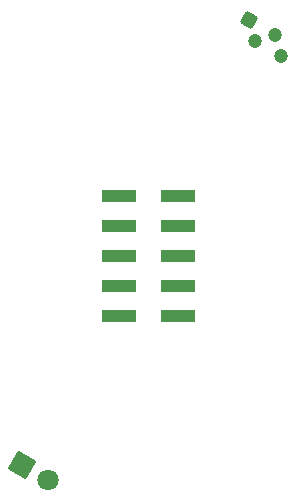
<source format=gbr>
%TF.GenerationSoftware,KiCad,Pcbnew,8.0.2*%
%TF.CreationDate,2024-12-22T14:20:04+01:00*%
%TF.ProjectId,_4mm_sleeper_w_IR,5f346d6d-5f73-46c6-9565-7065725f775f,rev?*%
%TF.SameCoordinates,Original*%
%TF.FileFunction,Soldermask,Bot*%
%TF.FilePolarity,Negative*%
%FSLAX46Y46*%
G04 Gerber Fmt 4.6, Leading zero omitted, Abs format (unit mm)*
G04 Created by KiCad (PCBNEW 8.0.2) date 2024-12-22 14:20:04*
%MOMM*%
%LPD*%
G01*
G04 APERTURE LIST*
G04 Aperture macros list*
%AMRoundRect*
0 Rectangle with rounded corners*
0 $1 Rounding radius*
0 $2 $3 $4 $5 $6 $7 $8 $9 X,Y pos of 4 corners*
0 Add a 4 corners polygon primitive as box body*
4,1,4,$2,$3,$4,$5,$6,$7,$8,$9,$2,$3,0*
0 Add four circle primitives for the rounded corners*
1,1,$1+$1,$2,$3*
1,1,$1+$1,$4,$5*
1,1,$1+$1,$6,$7*
1,1,$1+$1,$8,$9*
0 Add four rect primitives between the rounded corners*
20,1,$1+$1,$2,$3,$4,$5,0*
20,1,$1+$1,$4,$5,$6,$7,0*
20,1,$1+$1,$6,$7,$8,$9,0*
20,1,$1+$1,$8,$9,$2,$3,0*%
%AMRotRect*
0 Rectangle, with rotation*
0 The origin of the aperture is its center*
0 $1 length*
0 $2 width*
0 $3 Rotation angle, in degrees counterclockwise*
0 Add horizontal line*
21,1,$1,$2,0,0,$3*%
G04 Aperture macros list end*
%ADD10RoundRect,0.249600X-0.478655X-0.128255X0.128255X-0.478655X0.478655X0.128255X-0.128255X0.478655X0*%
%ADD11C,1.200000*%
%ADD12RotRect,1.800000X1.800000X330.000000*%
%ADD13C,1.800000*%
%ADD14R,3.000000X1.000000*%
G04 APERTURE END LIST*
D10*
%TO.C,U101*%
X129057892Y-78090860D03*
D11*
X129522744Y-79825712D03*
X131257597Y-79360860D03*
X131722448Y-81095712D03*
%TD*%
D12*
%TO.C,D101*%
X109806354Y-115764116D03*
D13*
X112006059Y-117034116D03*
%TD*%
D14*
%TO.C,J106*%
X118003000Y-92964000D03*
X123043000Y-92964000D03*
X118003000Y-95504000D03*
X123043000Y-95504000D03*
X118003000Y-98044000D03*
X123043000Y-98044000D03*
X118003000Y-100584000D03*
X123043000Y-100584000D03*
X118003000Y-103124000D03*
X123043000Y-103124000D03*
%TD*%
M02*

</source>
